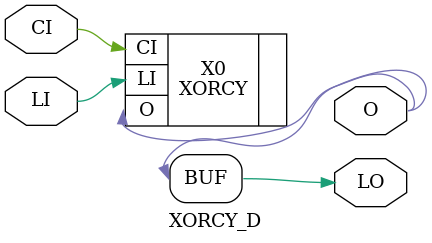
<source format=v>

`timescale  1 ps / 1 ps

module XORCY_D (LO, O, CI, LI);

    output LO, O;

    input  CI, LI;

XORCY X0 ( .O (O), .CI (CI), .LI (LI));

assign LO = O;

endmodule

</source>
